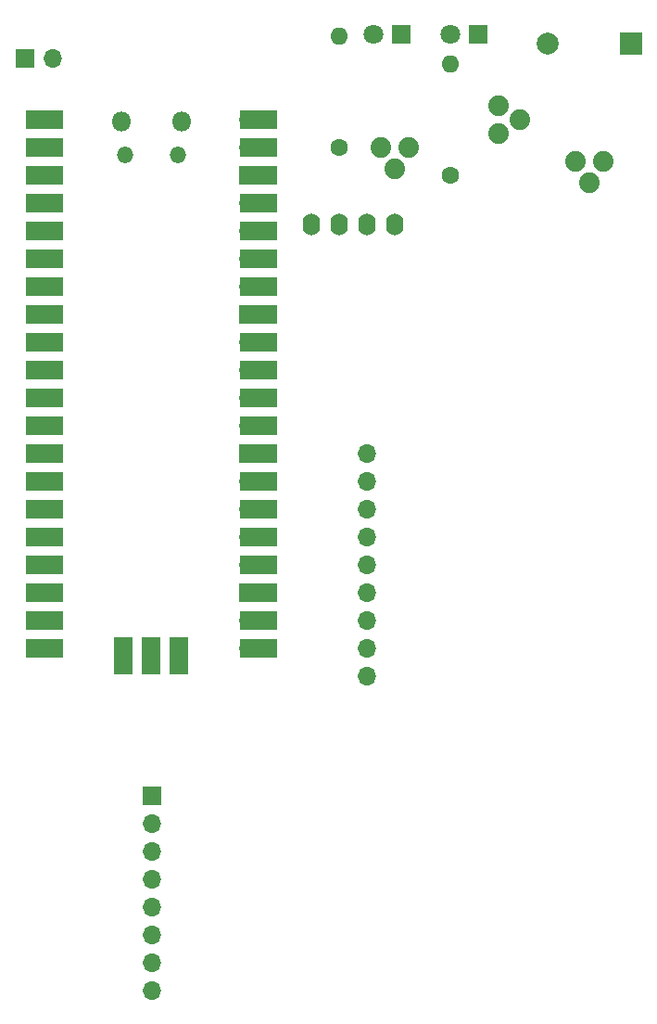
<source format=gbr>
%TF.GenerationSoftware,KiCad,Pcbnew,7.0.10+dfsg-1*%
%TF.CreationDate,2024-02-23T10:02:10+01:00*%
%TF.ProjectId,chibi_v2_1,63686962-695f-4763-925f-312e6b696361,rev?*%
%TF.SameCoordinates,Original*%
%TF.FileFunction,Soldermask,Bot*%
%TF.FilePolarity,Negative*%
%FSLAX46Y46*%
G04 Gerber Fmt 4.6, Leading zero omitted, Abs format (unit mm)*
G04 Created by KiCad (PCBNEW 7.0.10+dfsg-1) date 2024-02-23 10:02:10*
%MOMM*%
%LPD*%
G01*
G04 APERTURE LIST*
%ADD10C,1.600000*%
%ADD11O,1.600000X1.600000*%
%ADD12R,1.800000X1.800000*%
%ADD13C,1.800000*%
%ADD14R,1.700000X1.700000*%
%ADD15O,1.700000X1.700000*%
%ADD16R,2.000000X2.000000*%
%ADD17C,2.000000*%
%ADD18C,1.880400*%
%ADD19O,1.600000X2.000000*%
%ADD20O,1.800000X1.800000*%
%ADD21O,1.500000X1.500000*%
%ADD22R,3.500000X1.700000*%
%ADD23R,1.700000X3.500000*%
G04 APERTURE END LIST*
D10*
%TO.C,R2*%
X134620000Y-50800000D03*
D11*
X134620000Y-40640000D03*
%TD*%
D12*
%TO.C,D1*%
X140315000Y-40410000D03*
D13*
X137775000Y-40410000D03*
%TD*%
D14*
%TO.C,J2*%
X117500000Y-109920000D03*
D15*
X117500000Y-112460000D03*
X117500000Y-115000000D03*
X117500000Y-117540000D03*
X117500000Y-120080000D03*
X117500000Y-122620000D03*
X117500000Y-125160000D03*
X117500000Y-127700000D03*
%TD*%
D12*
%TO.C,D2*%
X147300000Y-40410000D03*
D13*
X144760000Y-40410000D03*
%TD*%
D16*
%TO.C,BZ1*%
X161280000Y-41275000D03*
D17*
X153680000Y-41275000D03*
%TD*%
D10*
%TO.C,R1*%
X144780000Y-53340000D03*
D11*
X144780000Y-43180000D03*
%TD*%
D18*
%TO.C,Q3*%
X149225000Y-49530000D03*
X151130000Y-48260000D03*
X149225000Y-46990000D03*
%TD*%
%TO.C,Q2*%
X138430000Y-50800000D03*
X139700000Y-52705000D03*
X140970000Y-50800000D03*
%TD*%
%TO.C,Q1*%
X156210000Y-52070000D03*
X157480000Y-53975000D03*
X158750000Y-52070000D03*
%TD*%
D19*
%TO.C,Display1*%
X132080000Y-57785000D03*
X134620000Y-57785000D03*
X137160000Y-57785000D03*
X139700000Y-57785000D03*
%TD*%
D14*
%TO.C,J1*%
X105925000Y-42600000D03*
D15*
X108465000Y-42600000D03*
%TD*%
D20*
%TO.C,Pico1*%
X120200000Y-48390000D03*
D21*
X119900000Y-51420000D03*
X115050000Y-51420000D03*
D20*
X114750000Y-48390000D03*
D15*
X126365000Y-48260000D03*
D22*
X127265000Y-48260000D03*
D15*
X126365000Y-50800000D03*
D22*
X127265000Y-50800000D03*
D14*
X126365000Y-53340000D03*
D22*
X127265000Y-53340000D03*
D15*
X126365000Y-55880000D03*
D22*
X127265000Y-55880000D03*
D15*
X126365000Y-58420000D03*
D22*
X127265000Y-58420000D03*
D15*
X126365000Y-60960000D03*
D22*
X127265000Y-60960000D03*
D15*
X126365000Y-63500000D03*
D22*
X127265000Y-63500000D03*
D14*
X126365000Y-66040000D03*
D22*
X127265000Y-66040000D03*
D15*
X126365000Y-68580000D03*
D22*
X127265000Y-68580000D03*
D15*
X126365000Y-71120000D03*
D22*
X127265000Y-71120000D03*
D15*
X126365000Y-73660000D03*
D22*
X127265000Y-73660000D03*
D15*
X126365000Y-76200000D03*
D22*
X127265000Y-76200000D03*
D14*
X126365000Y-78740000D03*
D22*
X127265000Y-78740000D03*
D15*
X126365000Y-81280000D03*
D22*
X127265000Y-81280000D03*
D15*
X126365000Y-83820000D03*
D22*
X127265000Y-83820000D03*
D15*
X126365000Y-86360000D03*
D22*
X127265000Y-86360000D03*
D15*
X126365000Y-88900000D03*
D22*
X127265000Y-88900000D03*
D14*
X126365000Y-91440000D03*
D22*
X127265000Y-91440000D03*
D15*
X126365000Y-93980000D03*
D22*
X127265000Y-93980000D03*
D15*
X126365000Y-96520000D03*
D22*
X127265000Y-96520000D03*
D15*
X108585000Y-96520000D03*
D22*
X107685000Y-96520000D03*
D15*
X108585000Y-93980000D03*
D22*
X107685000Y-93980000D03*
D14*
X108585000Y-91440000D03*
D22*
X107685000Y-91440000D03*
D15*
X108585000Y-88900000D03*
D22*
X107685000Y-88900000D03*
D15*
X108585000Y-86360000D03*
D22*
X107685000Y-86360000D03*
D15*
X108585000Y-83820000D03*
D22*
X107685000Y-83820000D03*
D15*
X108585000Y-81280000D03*
D22*
X107685000Y-81280000D03*
D14*
X108585000Y-78740000D03*
D22*
X107685000Y-78740000D03*
D15*
X108585000Y-76200000D03*
D22*
X107685000Y-76200000D03*
D15*
X108585000Y-73660000D03*
D22*
X107685000Y-73660000D03*
D15*
X108585000Y-71120000D03*
D22*
X107685000Y-71120000D03*
D15*
X108585000Y-68580000D03*
D22*
X107685000Y-68580000D03*
D14*
X108585000Y-66040000D03*
D22*
X107685000Y-66040000D03*
D15*
X108585000Y-63500000D03*
D22*
X107685000Y-63500000D03*
D15*
X108585000Y-60960000D03*
D22*
X107685000Y-60960000D03*
D15*
X108585000Y-58420000D03*
D22*
X107685000Y-58420000D03*
D15*
X108585000Y-55880000D03*
D22*
X107685000Y-55880000D03*
D14*
X108585000Y-53340000D03*
D22*
X107685000Y-53340000D03*
D15*
X108585000Y-50800000D03*
D22*
X107685000Y-50800000D03*
D15*
X108585000Y-48260000D03*
D22*
X107685000Y-48260000D03*
D15*
X120015000Y-96290000D03*
D23*
X120015000Y-97190000D03*
D14*
X117475000Y-96290000D03*
D23*
X117475000Y-97190000D03*
D15*
X114935000Y-96290000D03*
D23*
X114935000Y-97190000D03*
%TD*%
D15*
%TO.C,SDCard1*%
X137160000Y-99060000D03*
X137160000Y-96520000D03*
X137160000Y-93980000D03*
X137160000Y-91440000D03*
X137160000Y-88900000D03*
X137160000Y-86360000D03*
X137160000Y-83820000D03*
X137160000Y-81280000D03*
X137160000Y-78740000D03*
%TD*%
M02*

</source>
